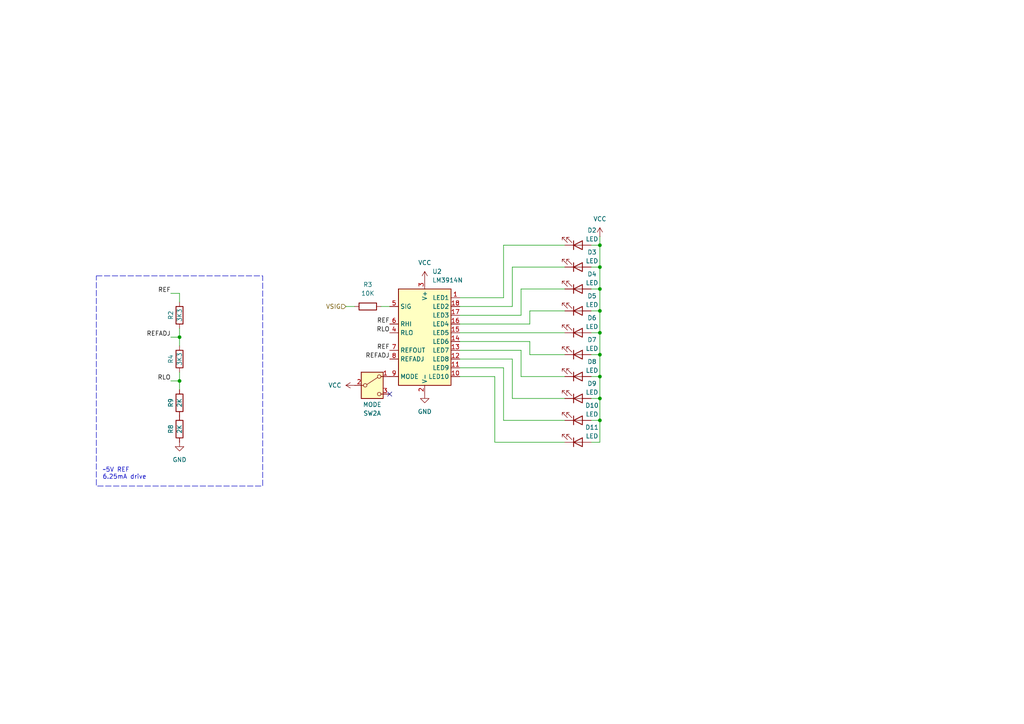
<source format=kicad_sch>
(kicad_sch (version 20231120) (generator "eeschema") (generator_version "8.0")
  (paper "A4")
  (lib_symbols
    (symbol "Device:LED" (pin_numbers hide) (pin_names (offset 1.016) hide)
      (property "Reference" "D" (at 0 2.54 0))
      (property "Value" "LED" (at 0 -2.54 0))
      (symbol "LED_0_1"
        (polyline (pts (xy -1.27 -1.27) (xy -1.27 1.27)) (stroke (width 0.254)))
        (polyline (pts (xy -1.27 0) (xy 1.27 0)))
        (polyline (pts (xy 1.27 -1.27) (xy 1.27 1.27) (xy -1.27 0) (xy 1.27 -1.27)) (stroke (width 0.254)))
        (polyline (pts (xy -3.048 -0.762) (xy -4.572 -2.286) (xy -3.81 -2.286) (xy -4.572 -2.286) (xy -4.572 -1.524)))
        (polyline (pts (xy -1.778 -0.762) (xy -3.302 -2.286) (xy -2.54 -2.286) (xy -3.302 -2.286) (xy -3.302 -1.524)))
      )
      (symbol "LED_1_1"
        (pin passive line (at -3.81 0 0) (length 2.54) (name "K") (number "1"))
        (pin passive line (at 3.81 0 180) (length 2.54) (name "A") (number "2"))
      )
    )
    (symbol "Device:R" (pin_numbers hide) (pin_names (offset 0))
      (property "Reference" "R" (at 2.032 0 90))
      (property "Value" "R" (at 0 0 90))
      (symbol "R_0_1"
        (rectangle (start -1.016 -2.54) (end 1.016 2.54) (stroke (width 0.254)))
      )
      (symbol "R_1_1"
        (pin passive line (at 0 3.81 270) (length 1.27) (name "~") (number "1"))
        (pin passive line (at 0 -3.81 90) (length 1.27) (name "~") (number "2"))
      )
    )
    (symbol "Driver_LED:LM3914N"
      (property "Reference" "U" (at -6.35 14.224 0))
      (property "Value" "LM3914N" (at 5.588 14.224 0))
      (symbol "LM3914N_0_1"
        (rectangle (start -7.62 12.7) (end 7.62 -15.24) (stroke (width 0.254)) (fill (type background)))
      )
      (symbol "LM3914N_1_1"
        (pin open_collector line (at 10.16 10.16 180) (length 2.54) (name "LED1") (number "1"))
        (pin open_collector line (at 10.16 -12.7 180) (length 2.54) (name "LED10") (number "10"))
        (pin open_collector line (at 10.16 -10.16 180) (length 2.54) (name "LED9") (number "11"))
        (pin open_collector line (at 10.16 -7.62 180) (length 2.54) (name "LED8") (number "12"))
        (pin open_collector line (at 10.16 -5.08 180) (length 2.54) (name "LED7") (number "13"))
        (pin open_collector line (at 10.16 -2.54 180) (length 2.54) (name "LED6") (number "14"))
        (pin open_collector line (at 10.16 0 180) (length 2.54) (name "LED5") (number "15"))
        (pin open_collector line (at 10.16 2.54 180) (length 2.54) (name "LED4") (number "16"))
        (pin open_collector line (at 10.16 5.08 180) (length 2.54) (name "LED3") (number "17"))
        (pin open_collector line (at 10.16 7.62 180) (length 2.54) (name "LED2") (number "18"))
        (pin power_in line (at 0 -17.78 90) (length 2.54) (name "V-") (number "2"))
        (pin power_in line (at 0 15.24 270) (length 2.54) (name "V+") (number "3"))
        (pin input line (at -10.16 0 0) (length 2.54) (name "RLO") (number "4"))
        (pin input line (at -10.16 7.62 0) (length 2.54) (name "SIG") (number "5"))
        (pin input line (at -10.16 2.54 0) (length 2.54) (name "RHI") (number "6"))
        (pin output line (at -10.16 -5.08 0) (length 2.54) (name "REFOUT") (number "7"))
        (pin input line (at -10.16 -7.62 0) (length 2.54) (name "REFADJ") (number "8"))
        (pin input line (at -10.16 -12.7 0) (length 2.54) (name "MODE") (number "9"))
      )
    )
    (symbol "Switch:SW_DPDT_x2" (pin_names (offset 0) hide)
      (property "Reference" "SW" (at 0 5.08 0))
      (property "Value" "SW_DPDT_x2" (at 0 -5.08 0))
      (symbol "SW_DPDT_x2_0_0"
        (circle (center -2.032 0) (radius 0.508))
        (circle (center 2.032 -2.54) (radius 0.508))
      )
      (symbol "SW_DPDT_x2_0_1"
        (rectangle (start -3.175 3.81) (end 3.175 -3.81) (stroke (width 0.254)) (fill (type background)))
        (polyline (pts (xy -1.524 0.254) (xy 1.5748 2.286)))
        (circle (center 2.032 2.54) (radius 0.508))
      )
      (symbol "SW_DPDT_x2_1_1"
        (pin passive line (at 5.08 2.54 180) (length 2.54) (name "A") (number "1"))
        (pin passive line (at -5.08 0 0) (length 2.54) (name "B") (number "2"))
        (pin passive line (at 5.08 -2.54 180) (length 2.54) (name "C") (number "3"))
      )
      (symbol "SW_DPDT_x2_2_1"
        (pin passive line (at 5.08 2.54 180) (length 2.54) (name "A") (number "4"))
        (pin passive line (at -5.08 0 0) (length 2.54) (name "B") (number "5"))
        (pin passive line (at 5.08 -2.54 180) (length 2.54) (name "C") (number "6"))
      )
    )
    (symbol "power:GND" (power) (pin_numbers hide) (pin_names (offset 0) hide)
      (property "Value" "GND" (at 0 -3.81 0))
      (symbol "GND_0_1"
        (polyline (pts (xy 0 0) (xy 0 -1.27) (xy 1.27 -1.27) (xy 0 -2.54) (xy -1.27 -1.27) (xy 0 -1.27)))
      )
      (symbol "GND_1_1"
        (pin power_in line (at 0 0 270) (length 0) (name "~") (number "1"))
      )
    )
    (symbol "power:VCC" (power) (pin_numbers hide) (pin_names (offset 0) hide)
      (property "Value" "VCC" (at 0 3.556 0))
      (symbol "VCC_0_1"
        (polyline (pts (xy -0.762 1.27) (xy 0 2.54)))
        (polyline (pts (xy 0 0) (xy 0 2.54)))
        (polyline (pts (xy 0 2.54) (xy 0.762 1.27)))
      )
      (symbol "VCC_1_1"
        (pin power_in line (at 0 0 90) (length 0) (name "~") (number "1"))
      )
    )
  )
  (junction (at 173.99 109.22))
  (junction (at 173.99 77.47))
  (junction (at 173.99 71.12))
  (junction (at 173.99 90.17))
  (junction (at 173.99 83.82))
  (junction (at 173.99 115.57))
  (junction (at 173.99 96.52))
  (junction (at 52.07 110.49))
  (junction (at 52.07 97.79))
  (junction (at 173.99 102.87))
  (junction (at 173.99 121.92))
  (no_connect (at 113.03 114.3))
  (wire (pts (xy 146.05 106.68) (xy 146.05 121.92)))
  (wire (pts (xy 173.99 71.12) (xy 173.99 77.47)))
  (wire (pts (xy 148.59 88.9) (xy 133.35 88.9)))
  (wire (pts (xy 153.67 99.06) (xy 133.35 99.06)))
  (wire (pts (xy 151.13 83.82) (xy 163.83 83.82)))
  (wire (pts (xy 143.51 128.27) (xy 143.51 109.22)))
  (wire (pts (xy 133.35 91.44) (xy 151.13 91.44)))
  (wire (pts (xy 52.07 95.25) (xy 52.07 97.79)))
  (wire (pts (xy 163.83 128.27) (xy 143.51 128.27)))
  (wire (pts (xy 49.53 97.79) (xy 52.07 97.79)))
  (wire (pts (xy 173.99 83.82) (xy 173.99 90.17)))
  (wire (pts (xy 148.59 104.14) (xy 133.35 104.14)))
  (wire (pts (xy 133.35 96.52) (xy 163.83 96.52)))
  (wire (pts (xy 52.07 85.09) (xy 52.07 87.63)))
  (wire (pts (xy 171.45 128.27) (xy 173.99 128.27)))
  (wire (pts (xy 151.13 91.44) (xy 151.13 83.82)))
  (wire (pts (xy 52.07 110.49) (xy 52.07 107.95)))
  (wire (pts (xy 163.83 102.87) (xy 153.67 102.87)))
  (wire (pts (xy 163.83 77.47) (xy 148.59 77.47)))
  (wire (pts (xy 173.99 121.92) (xy 173.99 128.27)))
  (wire (pts (xy 171.45 115.57) (xy 173.99 115.57)))
  (wire (pts (xy 143.51 109.22) (xy 133.35 109.22)))
  (wire (pts (xy 133.35 106.68) (xy 146.05 106.68)))
  (wire (pts (xy 110.49 88.9) (xy 113.03 88.9)))
  (wire (pts (xy 146.05 71.12) (xy 163.83 71.12)))
  (wire (pts (xy 153.67 102.87) (xy 153.67 99.06)))
  (wire (pts (xy 148.59 115.57) (xy 148.59 104.14)))
  (wire (pts (xy 146.05 86.36) (xy 146.05 71.12)))
  (wire (pts (xy 163.83 115.57) (xy 148.59 115.57)))
  (wire (pts (xy 52.07 110.49) (xy 52.07 113.03)))
  (wire (pts (xy 171.45 77.47) (xy 173.99 77.47)))
  (wire (pts (xy 173.99 102.87) (xy 173.99 109.22)))
  (wire (pts (xy 151.13 109.22) (xy 163.83 109.22)))
  (wire (pts (xy 171.45 71.12) (xy 173.99 71.12)))
  (wire (pts (xy 148.59 77.47) (xy 148.59 88.9)))
  (wire (pts (xy 173.99 115.57) (xy 173.99 121.92)))
  (wire (pts (xy 171.45 96.52) (xy 173.99 96.52)))
  (wire (pts (xy 171.45 90.17) (xy 173.99 90.17)))
  (wire (pts (xy 49.53 85.09) (xy 52.07 85.09)))
  (wire (pts (xy 163.83 90.17) (xy 153.67 90.17)))
  (wire (pts (xy 49.53 110.49) (xy 52.07 110.49)))
  (wire (pts (xy 151.13 101.6) (xy 151.13 109.22)))
  (wire (pts (xy 171.45 83.82) (xy 173.99 83.82)))
  (wire (pts (xy 153.67 90.17) (xy 153.67 93.98)))
  (wire (pts (xy 171.45 109.22) (xy 173.99 109.22)))
  (wire (pts (xy 171.45 102.87) (xy 173.99 102.87)))
  (wire (pts (xy 173.99 68.58) (xy 173.99 71.12)))
  (wire (pts (xy 173.99 96.52) (xy 173.99 102.87)))
  (wire (pts (xy 153.67 93.98) (xy 133.35 93.98)))
  (wire (pts (xy 173.99 77.47) (xy 173.99 83.82)))
  (wire (pts (xy 133.35 86.36) (xy 146.05 86.36)))
  (wire (pts (xy 173.99 109.22) (xy 173.99 115.57)))
  (wire (pts (xy 52.07 97.79) (xy 52.07 100.33)))
  (wire (pts (xy 100.33 88.9) (xy 102.87 88.9)))
  (wire (pts (xy 133.35 101.6) (xy 151.13 101.6)))
  (wire (pts (xy 146.05 121.92) (xy 163.83 121.92)))
  (wire (pts (xy 171.45 121.92) (xy 173.99 121.92)))
  (wire (pts (xy 173.99 90.17) (xy 173.99 96.52)))
  (rectangle (start 27.94 80.01) (end 76.2 140.97) (stroke (width 0) (type dash)))
  (text "~5V REF\n6.25mA drive" (at 29.718 137.414 0) (effects (font (size 1.27 1.27)) (justify left)))
  (label "RLO" (at 113.03 96.52 180))
  (label "RLO" (at 49.53 110.49 180))
  (label "REFADJ" (at 49.53 97.79 180))
  (label "REF" (at 113.03 101.6 180))
  (label "REF" (at 113.03 93.98 180))
  (label "REF" (at 49.53 85.09 180))
  (label "REFADJ" (at 113.03 104.14 180))
  (hierarchical_label "VSIG" (shape input) (at 100.33 88.9 180))
  (symbol (lib_id "Device:LED") (at 167.64 115.57 0) (mirror x) (unit 1)
    (property "Reference" "D9" (at 171.704 111.252 0))
    (property "Value" "LED" (at 171.704 113.792 0))
    (property "Footprint" "LED_THT:LED_D3.0mm" (effects (hide yes)))
    (property "Description" "Light emitting diode" (effects (hide yes)))
  )
  (symbol (lib_id "power:VCC") (at 102.87 111.76 90) (unit 1)
    (property "Reference" "#PWR012" (effects (hide yes)))
    (property "Value" "VCC" (at 99.06 111.7599 90) (effects (justify left)))
    (property "Description" "Power symbol creates a global label with name \"VCC\"" (effects (hide yes)))
  )
  (symbol (lib_id "Switch:SW_DPDT_x2") (at 107.95 111.76 0) (unit 1)
    (property "Reference" "SW2" (at 107.95 119.888 0))
    (property "Value" "MODE" (at 107.95 117.348 0))
    (property "Footprint" "Button_Switch_THT:SW_Slide_SPDT_Angled_CK_OS102011MA1Q" (effects (hide yes)))
    (property "Description" "Switch, dual pole double throw, separate symbols" (effects (hide yes)))
  )
  (symbol (lib_id "power:GND") (at 123.19 114.3 0) (unit 1)
    (property "Reference" "#PWR010" (effects (hide yes)))
    (property "Value" "GND" (at 123.19 119.38 0))
    (property "Description" "Power symbol creates a global label with name \"GND\" , ground" (effects (hide yes)))
  )
  (symbol (lib_id "Device:R") (at 106.68 88.9 90) (unit 1)
    (property "Reference" "R3" (at 106.68 82.55 90))
    (property "Value" "10K" (at 106.68 85.09 90))
    (property "Footprint" "Resistor_THT:R_Axial_DIN0207_L6.3mm_D2.5mm_P7.62mm_Horizontal" (effects (hide yes)))
    (property "Description" "Resistor" (effects (hide yes)))
  )
  (symbol (lib_id "Device:LED") (at 167.64 90.17 0) (mirror x) (unit 1)
    (property "Reference" "D5" (at 171.704 85.852 0))
    (property "Value" "LED" (at 171.704 88.392 0))
    (property "Footprint" "LED_THT:LED_D3.0mm" (effects (hide yes)))
    (property "Description" "Light emitting diode" (effects (hide yes)))
  )
  (symbol (lib_id "Device:LED") (at 167.64 83.82 0) (mirror x) (unit 1)
    (property "Reference" "D4" (at 171.704 79.502 0))
    (property "Value" "LED" (at 171.704 82.042 0))
    (property "Footprint" "LED_THT:LED_D3.0mm" (effects (hide yes)))
    (property "Description" "Light emitting diode" (effects (hide yes)))
  )
  (symbol (lib_id "Device:R") (at 52.07 104.14 180) (unit 1)
    (property "Reference" "R4" (at 49.53 104.14 90))
    (property "Value" "3K3" (at 52.07 104.14 90))
    (property "Footprint" "Resistor_THT:R_Axial_DIN0207_L6.3mm_D2.5mm_P7.62mm_Horizontal" (effects (hide yes)))
    (property "Description" "Resistor" (effects (hide yes)))
  )
  (symbol (lib_id "Device:LED") (at 167.64 109.22 0) (mirror x) (unit 1)
    (property "Reference" "D8" (at 171.704 104.902 0))
    (property "Value" "LED" (at 171.704 107.442 0))
    (property "Footprint" "LED_THT:LED_D3.0mm" (effects (hide yes)))
    (property "Description" "Light emitting diode" (effects (hide yes)))
  )
  (symbol (lib_id "Driver_LED:LM3914N") (at 123.19 96.52 0) (unit 1)
    (property "Reference" "U2" (at 125.3841 78.74 0) (effects (justify left)))
    (property "Value" "LM3914N" (at 125.3841 81.28 0) (effects (justify left)))
    (property "Footprint" "Package_DIP:DIP-18_W7.62mm" (effects (hide yes)))
    (property "Datasheet" "https://www.ti.com/lit/ds/symlink/lm3914.pdf" (effects (hide yes)))
    (property "Description" "10 LED Dot/Bar Display Driver, DIP-18" (effects (hide yes)))
  )
  (symbol (lib_id "Device:LED") (at 167.64 102.87 0) (mirror x) (unit 1)
    (property "Reference" "D7" (at 171.704 98.552 0))
    (property "Value" "LED" (at 171.704 101.092 0))
    (property "Footprint" "LED_THT:LED_D3.0mm" (effects (hide yes)))
    (property "Description" "Light emitting diode" (effects (hide yes)))
  )
  (symbol (lib_id "Device:LED") (at 167.64 96.52 0) (mirror x) (unit 1)
    (property "Reference" "D6" (at 171.704 92.202 0))
    (property "Value" "LED" (at 171.704 94.742 0))
    (property "Footprint" "LED_THT:LED_D3.0mm" (effects (hide yes)))
    (property "Description" "Light emitting diode" (effects (hide yes)))
  )
  (symbol (lib_id "Device:LED") (at 167.64 121.92 0) (mirror x) (unit 1)
    (property "Reference" "D10" (at 171.704 117.602 0))
    (property "Value" "LED" (at 171.704 120.142 0))
    (property "Footprint" "LED_THT:LED_D3.0mm" (effects (hide yes)))
    (property "Description" "Light emitting diode" (effects (hide yes)))
  )
  (symbol (lib_id "Device:R") (at 52.07 124.46 180) (unit 1)
    (property "Reference" "R8" (at 49.53 124.46 90))
    (property "Value" "2K" (at 52.07 124.46 90))
    (property "Footprint" "Resistor_THT:R_Axial_DIN0207_L6.3mm_D2.5mm_P2.54mm_Vertical" (effects (hide yes)))
    (property "Description" "Resistor" (effects (hide yes)))
  )
  (symbol (lib_id "Device:LED") (at 167.64 77.47 0) (mirror x) (unit 1)
    (property "Reference" "D3" (at 171.704 73.152 0))
    (property "Value" "LED" (at 171.704 75.692 0))
    (property "Footprint" "LED_THT:LED_D3.0mm" (effects (hide yes)))
    (property "Description" "Light emitting diode" (effects (hide yes)))
  )
  (symbol (lib_id "power:VCC") (at 123.19 81.28 0) (unit 1)
    (property "Reference" "#PWR09" (effects (hide yes)))
    (property "Value" "VCC" (at 123.19 76.2 0))
    (property "Description" "Power symbol creates a global label with name \"VCC\"" (effects (hide yes)))
  )
  (symbol (lib_id "power:GND") (at 52.07 128.27 0) (unit 1)
    (property "Reference" "#PWR021" (effects (hide yes)))
    (property "Value" "GND" (at 52.07 133.35 0))
    (property "Description" "Power symbol creates a global label with name \"GND\" , ground" (effects (hide yes)))
  )
  (symbol (lib_id "Device:R") (at 52.07 116.84 180) (unit 1)
    (property "Reference" "R9" (at 49.53 116.84 90))
    (property "Value" "2K" (at 52.07 116.84 90))
    (property "Footprint" "Resistor_THT:R_Axial_DIN0207_L6.3mm_D2.5mm_P2.54mm_Vertical" (effects (hide yes)))
    (property "Description" "Resistor" (effects (hide yes)))
  )
  (symbol (lib_id "Device:LED") (at 167.64 128.27 0) (mirror x) (unit 1)
    (property "Reference" "D11" (at 171.704 123.952 0))
    (property "Value" "LED" (at 171.704 126.492 0))
    (property "Footprint" "LED_THT:LED_D3.0mm" (effects (hide yes)))
    (property "Description" "Light emitting diode" (effects (hide yes)))
  )
  (symbol (lib_id "Device:R") (at 52.07 91.44 180) (unit 1)
    (property "Reference" "R2" (at 49.53 91.44 90))
    (property "Value" "3K3" (at 52.07 91.44 90))
    (property "Footprint" "Resistor_THT:R_Axial_DIN0207_L6.3mm_D2.5mm_P7.62mm_Horizontal" (effects (hide yes)))
    (property "Description" "Resistor" (effects (hide yes)))
  )
  (symbol (lib_id "Device:LED") (at 167.64 71.12 0) (mirror x) (unit 1)
    (property "Reference" "D2" (at 171.704 66.802 0))
    (property "Value" "LED" (at 171.704 69.342 0))
    (property "Footprint" "LED_THT:LED_D3.0mm" (effects (hide yes)))
    (property "Description" "Light emitting diode" (effects (hide yes)))
  )
  (symbol (lib_id "power:VCC") (at 173.99 68.58 0) (unit 1)
    (property "Reference" "#PWR08" (effects (hide yes)))
    (property "Value" "VCC" (at 173.99 63.5 0))
    (property "Description" "Power symbol creates a global label with name \"VCC\"" (effects (hide yes)))
  )
)
</source>
